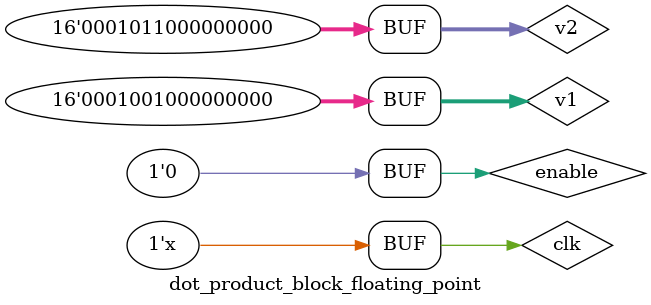
<source format=v>
`timescale 1ns / 1ps

module dot_product_block_floating_point;
    localparam element_size = 16;
    localparam exponent_size = 5;
    localparam mantissa_size = 10;
    localparam output_size = 32;
    reg clk, enable;
    reg [element_size-1:0] v1, v2;
    wire [output_size-1:0] result;
    
    dot_product_top #(.input_size(element_size), .mantissa_size(mantissa_size), .exponent_size(exponent_size), .output_size(output_size)) 
        DP (.v1(v1), .v2(v2), .clk(clk), .enable(enable), .final_result(result));
    
    // Test case 1
    initial begin
        {clk, enable} <= 2'b01;
        v1 <= 16'b0001001010000000; // 0.111 * 2^3
        v2 <= 16'b0001011011000000; // 0.1101 * 2^4
        
        #50
        v1 <= 16'b0001001011000000;
        v2 <= 16'b0001011010000000;
        
        #50
        v1 <= 16'b0001001010000000;
        v2 <= 16'b0001011110000000;
        
        #50
        v1 <= 16'b0001001000000000;
        v2 <= 16'b0001011000000000;
        
        #30
        enable <= 0;
    end

//    // Test case 2
//    initial begin
//        {clk, enable} <= 2'b01;
//        v1 <= 16'b0010101011000000;
//        v2 <= 16'b0010111011011000;
        
//        #50
//        v1 <= 16'b0010111011100000;
//        v2 <= 16'b0011001011100000;
        
//        #50
//        v1 <= 16'b0011001010110100;
//        v2 <= 16'b0010011111111111;
        
//        #50
//        v1 <= 16'b0011011000110100;
//        v2 <= 16'b0010101000110100;
        
//        #30
//        enable <= 0;
//    end
    
    always #25 clk = ~clk;
    
endmodule

</source>
